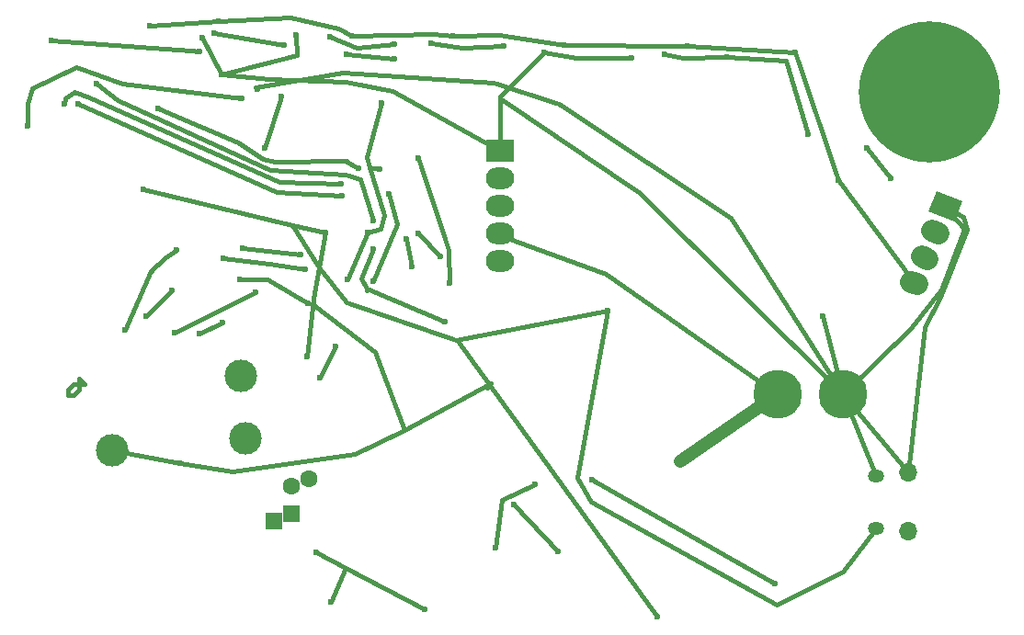
<source format=gbl>
G04 #@! TF.FileFunction,Copper,L2,Bot,Signal*
%FSLAX46Y46*%
G04 Gerber Fmt 4.6, Leading zero omitted, Abs format (unit mm)*
G04 Created by KiCad (PCBNEW 4.0.2+dfsg1-stable) date Thu 12 Apr 2018 12:39:55 PM EDT*
%MOMM*%
G01*
G04 APERTURE LIST*
%ADD10C,0.100000*%
%ADD11C,2.000000*%
%ADD12R,1.600000X1.600000*%
%ADD13C,1.600000*%
%ADD14C,4.500000*%
%ADD15O,1.500000X1.200000*%
%ADD16O,1.700000X1.700000*%
%ADD17C,13.000000*%
%ADD18R,2.600000X2.000000*%
%ADD19O,2.600000X2.000000*%
%ADD20C,3.000000*%
%ADD21C,0.600000*%
%ADD22C,0.381000*%
%ADD23C,1.143000*%
G04 APERTURE END LIST*
D10*
G36*
X175329268Y-49965828D02*
X177739946Y-50939805D01*
X176990732Y-52794172D01*
X174580054Y-51820195D01*
X175329268Y-49965828D01*
X175329268Y-49965828D01*
G37*
D11*
X175486654Y-53847429D02*
X174930344Y-53622665D01*
X174535154Y-56202476D02*
X173978844Y-55977712D01*
X173583653Y-58557523D02*
X173027343Y-58332759D01*
D12*
X115900000Y-79680000D03*
D13*
X115900000Y-77180000D03*
D12*
X114300000Y-80350937D03*
D13*
X117500000Y-76509063D03*
D14*
X166700000Y-68700000D03*
X160700000Y-68700000D03*
D15*
X169740000Y-81020000D03*
X169740000Y-76180000D03*
D16*
X172740000Y-81330000D03*
X172740000Y-75870000D03*
D17*
X174680000Y-40850000D03*
D18*
X135128000Y-46228000D03*
D19*
X135128000Y-48768000D03*
X135128000Y-51308000D03*
X135128000Y-53848000D03*
X135128000Y-56388000D03*
D20*
X99420515Y-73880000D03*
X111285064Y-67030000D03*
X111720000Y-72783332D03*
D21*
X111200000Y-58060000D03*
X117480000Y-60280000D03*
X112760000Y-40580000D03*
X126340000Y-71970000D03*
X105670000Y-74990000D03*
X145080000Y-60990000D03*
X149620000Y-89170000D03*
X102320000Y-49840000D03*
X117350000Y-65210000D03*
X119080000Y-53785000D03*
X164900000Y-61525000D03*
X163475000Y-44730000D03*
X156060000Y-37570000D03*
X150285000Y-37350000D03*
X139210000Y-37185000D03*
X147220000Y-37675000D03*
X128750000Y-36350000D03*
X119480000Y-35785000D03*
X125365000Y-36460000D03*
X116350000Y-35560000D03*
X109515000Y-39245000D03*
X107690000Y-35800000D03*
X135480000Y-36575000D03*
X109600000Y-62060000D03*
X107440000Y-63080000D03*
X121090000Y-58085000D03*
X118530000Y-67140000D03*
X120005000Y-64315000D03*
X122935000Y-53765000D03*
X151770000Y-74825000D03*
X166340000Y-48960000D03*
X162280000Y-37170000D03*
X152400000Y-36580000D03*
X141110000Y-36530000D03*
X130830000Y-35620000D03*
X121550000Y-35620000D03*
X109210000Y-34310000D03*
X102920000Y-34750000D03*
X124250000Y-41800000D03*
X124090000Y-47970000D03*
X119580000Y-87820000D03*
X118190000Y-83260000D03*
X128190000Y-88510000D03*
X130048000Y-61976000D03*
X123430000Y-55320000D03*
X134700000Y-82840000D03*
X138330000Y-76975000D03*
X113445000Y-46005000D03*
X114970000Y-41230000D03*
X104880000Y-59080000D03*
X102570000Y-61500000D03*
X105380000Y-55380000D03*
X100570000Y-62775000D03*
X116800000Y-55820000D03*
X111420000Y-55260000D03*
X140515000Y-83170000D03*
X136370000Y-78840000D03*
X122100000Y-47835000D03*
X124905000Y-50250000D03*
X123495000Y-58225000D03*
X103630000Y-42365000D03*
X127600000Y-46910000D03*
X130480000Y-58395000D03*
X143610000Y-76585000D03*
X160430000Y-86110000D03*
X98005000Y-40050000D03*
X123425000Y-52650000D03*
X107420000Y-37130000D03*
X93840000Y-36050000D03*
X171095000Y-48790000D03*
X168960000Y-46025000D03*
X108800000Y-35410000D03*
X115260000Y-36545000D03*
X121035000Y-37370000D03*
X125425000Y-37780000D03*
X111375000Y-41405000D03*
X91630000Y-43930000D03*
X109640000Y-56160000D03*
X117220000Y-57180000D03*
X120520000Y-49330000D03*
X94975000Y-41960000D03*
X129640000Y-56010000D03*
X127630000Y-53890000D03*
X127000000Y-56896000D03*
X126492000Y-54356000D03*
X96255000Y-41910000D03*
X120585000Y-50370000D03*
X105140000Y-63040000D03*
X112640000Y-59280000D03*
D22*
X96324000Y-68300000D02*
X96324000Y-67284000D01*
X96324000Y-67284000D02*
X96832000Y-67792000D01*
X96832000Y-67792000D02*
X95816000Y-67792000D01*
X95816000Y-67792000D02*
X95308000Y-68300000D01*
X95308000Y-68300000D02*
X95308000Y-68808000D01*
X95308000Y-68808000D02*
X95816000Y-68808000D01*
X95816000Y-68808000D02*
X96324000Y-68300000D01*
X105670000Y-74990000D02*
X110540000Y-75780000D01*
X110540000Y-75780000D02*
X121760000Y-74200000D01*
X121760000Y-74200000D02*
X126340000Y-71970000D01*
X117869235Y-60342358D02*
X123600000Y-64760000D01*
X123600000Y-64760000D02*
X126340000Y-71970000D01*
X99420515Y-73880000D02*
X105670000Y-74990000D01*
X117480000Y-60280000D02*
X113740000Y-58100000D01*
X113740000Y-58100000D02*
X111200000Y-58060000D01*
X117480000Y-60280000D02*
X117869235Y-60342358D01*
X117869235Y-60342358D02*
X117922116Y-60350830D01*
X117922116Y-60350830D02*
X117980000Y-60200000D01*
X117980000Y-60200000D02*
X117980000Y-59859200D01*
X166700000Y-68700000D02*
X156380000Y-52450000D01*
X156380000Y-52450000D02*
X140550000Y-41960000D01*
X140550000Y-41960000D02*
X134510000Y-40010000D01*
X134510000Y-40010000D02*
X120640000Y-39060000D01*
X120640000Y-39060000D02*
X112650000Y-40400000D01*
X112650000Y-40400000D02*
X112760000Y-40580000D01*
X172740000Y-75870000D02*
X174230000Y-62470000D01*
X174230000Y-62470000D02*
X175660000Y-59680000D01*
X175660000Y-59680000D02*
X178170000Y-53530000D01*
X178170000Y-53530000D02*
X177810000Y-52360000D01*
X177810000Y-52360000D02*
X176160000Y-51380000D01*
X135128000Y-46228000D02*
X125200000Y-40770000D01*
X125200000Y-40770000D02*
X120890000Y-39890000D01*
X120890000Y-39890000D02*
X113920000Y-39660000D01*
X113920000Y-39660000D02*
X109515000Y-39245000D01*
X166700000Y-68700000D02*
X148020000Y-50140000D01*
X148020000Y-50140000D02*
X135128000Y-41433051D01*
X166700000Y-68700000D02*
X173000000Y-62610000D01*
X173000000Y-62610000D02*
X175740000Y-59010000D01*
X175740000Y-59010000D02*
X177890000Y-53450000D01*
X177890000Y-53450000D02*
X176160000Y-51380000D01*
X169740000Y-76180000D02*
X166700000Y-68700000D01*
X172740000Y-75870000D02*
X166700000Y-68700000D01*
X145080000Y-60990000D02*
X142230000Y-76390000D01*
X142230000Y-76390000D02*
X143520000Y-78600000D01*
X143520000Y-78600000D02*
X160660000Y-88070000D01*
X160660000Y-88070000D02*
X166690000Y-85050000D01*
X166690000Y-85050000D02*
X169740000Y-81020000D01*
X126340000Y-71970000D02*
X134280000Y-67670000D01*
X134280000Y-67670000D02*
X133940000Y-68120000D01*
X133940000Y-68120000D02*
X134124212Y-67782278D01*
X134124212Y-67782278D02*
X134124212Y-67782277D01*
X145080000Y-60990000D02*
X131052312Y-63704817D01*
X116036773Y-53068680D02*
X118460728Y-56979306D01*
X118460728Y-56979306D02*
X120980000Y-60180000D01*
X120980000Y-60180000D02*
X131052312Y-63704817D01*
X131052312Y-63704817D02*
X131210000Y-63760000D01*
X131210000Y-63760000D02*
X134124212Y-67782277D01*
X134124212Y-67782277D02*
X149620000Y-89170000D01*
X102320000Y-49840000D02*
X116036773Y-53068680D01*
X116036773Y-53068680D02*
X119080000Y-53785000D01*
X135128000Y-46228000D02*
X135128000Y-41433051D01*
X135128000Y-41433051D02*
X135128000Y-41267000D01*
X135128000Y-41267000D02*
X139210000Y-37185000D01*
X117350000Y-65210000D02*
X117980000Y-59859200D01*
X117980000Y-59859200D02*
X118100000Y-58840000D01*
X118100000Y-58840000D02*
X119080000Y-53785000D01*
X164900000Y-61525000D02*
X166700000Y-68700000D01*
X156060000Y-37570000D02*
X161435000Y-37970000D01*
X161435000Y-37970000D02*
X163475000Y-44730000D01*
X156060000Y-37570000D02*
X151935000Y-37655000D01*
X151935000Y-37655000D02*
X151955000Y-37655000D01*
X151955000Y-37655000D02*
X150285000Y-37350000D01*
X139210000Y-37185000D02*
X142140000Y-37675000D01*
X142140000Y-37675000D02*
X147220000Y-37675000D01*
X128750000Y-36350000D02*
X131695000Y-36760000D01*
X119480000Y-35785000D02*
X121925000Y-36735000D01*
X121925000Y-36735000D02*
X125365000Y-36460000D01*
X116350000Y-35560000D02*
X116435000Y-37430000D01*
X116435000Y-37430000D02*
X109515000Y-39245000D01*
X107690000Y-35800000D02*
X109515000Y-39245000D01*
X131695000Y-36760000D02*
X135480000Y-36575000D01*
X109600000Y-62060000D02*
X107440000Y-63080000D01*
X144905000Y-57605000D02*
X160700000Y-68700000D01*
X121090000Y-58085000D02*
X122935000Y-53765000D01*
X118530000Y-67140000D02*
X120005000Y-64315000D01*
X122935000Y-53765000D02*
X124135000Y-53400000D01*
X124135000Y-53400000D02*
X124440000Y-52200000D01*
D23*
X151770000Y-74825000D02*
X160700000Y-68700000D01*
D22*
X166340000Y-48960000D02*
X173305498Y-58445141D01*
X162280000Y-37170000D02*
X166340000Y-48960000D01*
X152400000Y-36580000D02*
X162280000Y-37170000D01*
X141110000Y-36530000D02*
X152400000Y-36580000D01*
X130830000Y-35620000D02*
X135030000Y-35540000D01*
X135030000Y-35540000D02*
X141110000Y-36530000D01*
X121550000Y-35620000D02*
X129000000Y-35460000D01*
X129000000Y-35460000D02*
X130830000Y-35620000D01*
X109210000Y-34310000D02*
X115860000Y-33930000D01*
X120230000Y-34970000D02*
X121550000Y-35620000D01*
X115860000Y-33930000D02*
X120230000Y-34970000D01*
X102920000Y-34750000D02*
X109210000Y-34310000D01*
X124440000Y-52200000D02*
X123119007Y-47734379D01*
X124090000Y-47970000D02*
X123119007Y-47734378D01*
X123119007Y-47734378D02*
X123119007Y-47734379D01*
X123119007Y-47734379D02*
X122850000Y-46825000D01*
X122850000Y-46825000D02*
X124250000Y-41800000D01*
X134615000Y-53890000D02*
X144905000Y-57605000D01*
X119580000Y-87820000D02*
X120926894Y-84696869D01*
X118190000Y-83260000D02*
X120926894Y-84696869D01*
X120926894Y-84696869D02*
X128190000Y-88510000D01*
X122826145Y-58979005D02*
X130048000Y-61976000D01*
X123430000Y-55320000D02*
X122360000Y-57975000D01*
X122360000Y-57975000D02*
X122826145Y-58979005D01*
X122826145Y-58979005D02*
X122880000Y-59095000D01*
X134700000Y-82840000D02*
X135340000Y-78430000D01*
X135340000Y-78430000D02*
X138330000Y-76975000D01*
X113445000Y-46005000D02*
X114970000Y-41230000D01*
X102570000Y-61500000D02*
X104880000Y-59080000D01*
X103009851Y-57367493D02*
X104220000Y-56180000D01*
X104220000Y-56180000D02*
X105380000Y-55380000D01*
X100570000Y-62775000D02*
X103009851Y-57367493D01*
X103009851Y-57367493D02*
X103020000Y-57345000D01*
X103020000Y-57345000D02*
X103020000Y-57365000D01*
X116800000Y-55820000D02*
X111420000Y-55260000D01*
X140515000Y-83170000D02*
X136370000Y-78840000D01*
X120813602Y-47172178D02*
X122100000Y-47835000D01*
X124905000Y-50250000D02*
X125620000Y-53035000D01*
X125620000Y-53035000D02*
X123495000Y-58225000D01*
X103630000Y-42365000D02*
X110985000Y-45455000D01*
X110985000Y-45455000D02*
X113310000Y-46975000D01*
X113310000Y-46975000D02*
X114415000Y-47245000D01*
X114415000Y-47245000D02*
X120813602Y-47172178D01*
X120813602Y-47172178D02*
X121005000Y-47170000D01*
X127600000Y-46910000D02*
X130370000Y-55375000D01*
X130370000Y-55375000D02*
X130480000Y-58395000D01*
X143610000Y-76585000D02*
X160430000Y-86110000D01*
X98005000Y-40050000D02*
X99915000Y-41630000D01*
X99915000Y-41630000D02*
X113965000Y-48000000D01*
X113965000Y-48000000D02*
X120925000Y-48445000D01*
X120925000Y-48445000D02*
X122245000Y-48910000D01*
X122245000Y-48910000D02*
X123425000Y-52650000D01*
X106650000Y-37035000D02*
X107420000Y-37130000D01*
X93840000Y-36050000D02*
X106650000Y-37035000D01*
X171095000Y-48790000D02*
X168960000Y-46025000D01*
X108800000Y-35410000D02*
X115260000Y-36545000D01*
X121035000Y-37370000D02*
X125425000Y-37780000D01*
X100305000Y-40095000D02*
X96140000Y-38530000D01*
X100305000Y-40095000D02*
X111375000Y-41405000D01*
X96140000Y-38530000D02*
X92035000Y-40455000D01*
X92035000Y-40455000D02*
X91645000Y-41920000D01*
X91630000Y-43930000D02*
X91645000Y-41920000D01*
X109640000Y-56160000D02*
X113860000Y-56700000D01*
X113860000Y-56700000D02*
X117220000Y-57180000D01*
X120520000Y-49330000D02*
X114830000Y-49115000D01*
X114830000Y-49115000D02*
X97270000Y-41370000D01*
X97270000Y-41370000D02*
X95950000Y-40845000D01*
X95950000Y-40845000D02*
X95100000Y-41455000D01*
X95100000Y-41455000D02*
X94975000Y-41960000D01*
X129640000Y-56010000D02*
X127630000Y-53890000D01*
X127000000Y-56896000D02*
X126492000Y-54356000D01*
X96255000Y-41910000D02*
X114605000Y-50025000D01*
X114605000Y-50025000D02*
X120585000Y-50370000D01*
X105140000Y-63040000D02*
X112640000Y-59280000D01*
M02*

</source>
